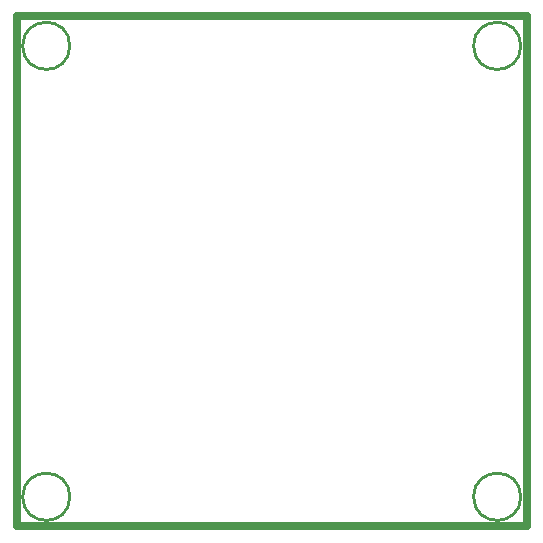
<source format=gko>
G04 Layer_Color=16711935*
%FSLAX25Y25*%
%MOIN*%
G70*
G01*
G75*
%ADD30C,0.01000*%
%ADD48C,0.02500*%
D30*
X168032Y160158D02*
G03*
X168032Y160158I-7874J0D01*
G01*
Y9843D02*
G03*
X168032Y9843I-7874J0D01*
G01*
X17717D02*
G03*
X17717Y9843I-7874J0D01*
G01*
Y160158D02*
G03*
X17717Y160158I-7874J0D01*
G01*
D48*
X0Y0D02*
Y170000D01*
Y0D02*
X170000D01*
Y170000D01*
X0D02*
X170000D01*
M02*

</source>
